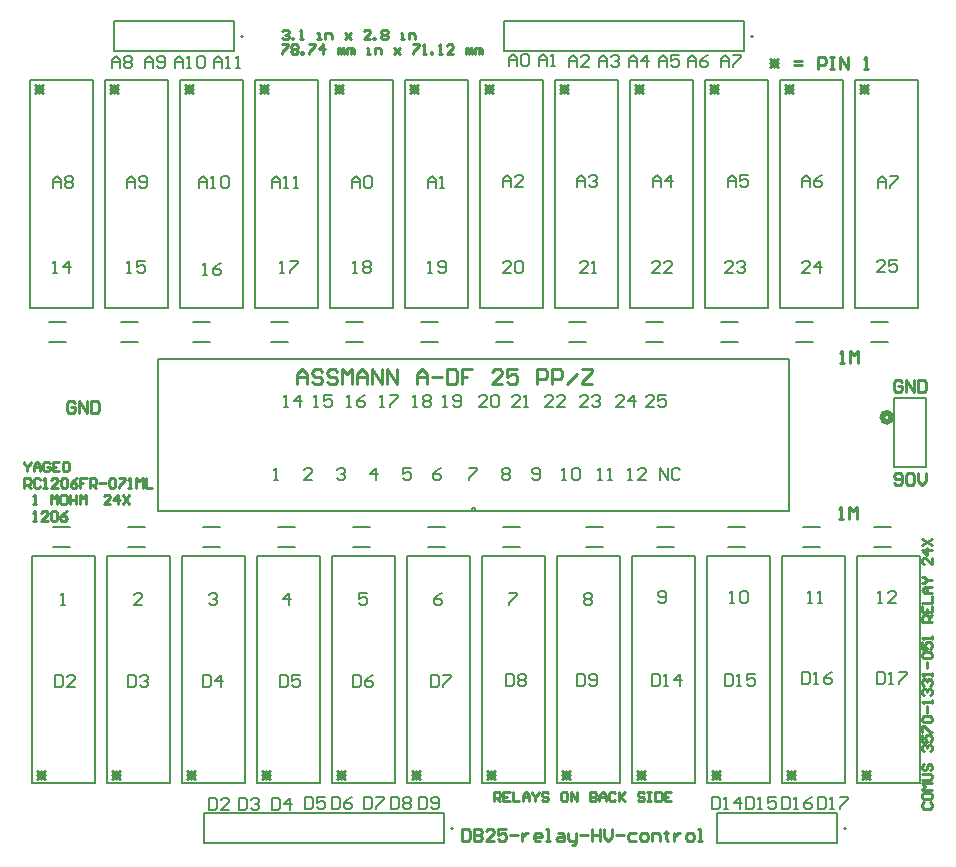
<source format=gbr>
%TF.GenerationSoftware,Altium Limited,Altium Designer,24.1.2 (44)*%
G04 Layer_Color=65535*
%FSLAX45Y45*%
%MOMM*%
%TF.SameCoordinates,7409CC48-22DB-44E9-B9CF-AE3C77DAA70A*%
%TF.FilePolarity,Positive*%
%TF.FileFunction,Legend,Top*%
%TF.Part,Single*%
G01*
G75*
%TA.AperFunction,NonConductor*%
%ADD19C,0.20000*%
%ADD20C,0.50800*%
%ADD21C,0.15240*%
%ADD22C,0.25400*%
D19*
X7085400Y203200D02*
G03*
X7085400Y203200I-10000J0D01*
G01*
X1980000Y6908800D02*
G03*
X1980000Y6908800I-10000J0D01*
G01*
X6298000D02*
G03*
X6298000Y6908800I-10000J0D01*
G01*
X3758000Y203200D02*
G03*
X3758000Y203200I-10000J0D01*
G01*
X7010400Y76200D02*
Y330200D01*
X5994400Y76200D02*
Y330200D01*
Y76200D02*
X7010400D01*
X5994400Y330200D02*
X7010400D01*
X889000Y7035800D02*
X1905000D01*
X889000Y6781800D02*
X1905000D01*
X889000D02*
Y7035800D01*
X1905000Y6781800D02*
Y7035800D01*
X4191000D02*
X6223000D01*
X4191000Y6781800D02*
X6223000D01*
X4191000D02*
Y7035800D01*
X6223000Y6781800D02*
Y7035800D01*
X372000Y2752000D02*
X517000D01*
X372000Y2582000D02*
X517000D01*
X1007000Y2752000D02*
X1152000D01*
X1007000Y2582000D02*
X1152000D01*
X1642000Y2752000D02*
X1787000D01*
X1642000Y2582000D02*
X1787000D01*
X2277000Y2752000D02*
X2422000D01*
X2277000Y2582000D02*
X2422000D01*
X5482500Y2752000D02*
X5627500D01*
X5482500Y2582000D02*
X5627500D01*
X2912000Y2752000D02*
X3057000D01*
X2912000Y2582000D02*
X3057000D01*
X3547000Y2752000D02*
X3692000D01*
X3547000Y2582000D02*
X3692000D01*
X4182000Y2752000D02*
X4327000D01*
X4182000Y2582000D02*
X4327000D01*
X2848500Y4491900D02*
X2993500D01*
X2848500Y4321900D02*
X2993500D01*
X4880500Y2752000D02*
X5025500D01*
X4880500Y2582000D02*
X5025500D01*
X6087000D02*
X6232000D01*
X6087000Y2752000D02*
X6232000D01*
X6722000D02*
X6867000D01*
X6722000Y2582000D02*
X6867000D01*
X333900Y4491900D02*
X478900D01*
X333900Y4321900D02*
X478900D01*
X3483500D02*
X3628500D01*
X3483500Y4491900D02*
X3628500D01*
X2213500Y4321900D02*
X2358500D01*
X2213500Y4491900D02*
X2358500D01*
X4735700Y4321900D02*
X4880700D01*
X4735700Y4491900D02*
X4880700D01*
X5388500Y4321900D02*
X5533500D01*
X5388500Y4491900D02*
X5533500D01*
X6023500Y4321900D02*
X6168500D01*
X6023500Y4491900D02*
X6168500D01*
X6658500Y4321900D02*
X6803500D01*
X6658500Y4491900D02*
X6803500D01*
X7293500Y4321900D02*
X7438500D01*
X7293500Y4491900D02*
X7438500D01*
X943500Y4321900D02*
X1088500D01*
X943500Y4491900D02*
X1088500D01*
X1553100Y4321900D02*
X1698100D01*
X1553100Y4491900D02*
X1698100D01*
X4118500Y4321900D02*
X4263500D01*
X4118500Y4491900D02*
X4263500D01*
X7324000Y2752000D02*
X7469000D01*
X7324000Y2582000D02*
X7469000D01*
X1651000Y330200D02*
X3683000D01*
X1651000Y76200D02*
X3683000D01*
X1651000D02*
Y330200D01*
X3683000Y76200D02*
Y330200D01*
D20*
X7467600Y3683000D02*
G03*
X7467600Y3683000I-38100J0D01*
G01*
D21*
X1257020Y4172860D02*
X6601180D01*
X1257020Y2892700D02*
Y4172860D01*
Y2892700D02*
X6601180D01*
Y4172860D01*
X3916400Y2918100D02*
X3941800D01*
X3916400Y2892700D02*
Y2918100D01*
Y2892700D02*
X3941800D01*
Y2918100D01*
X723900Y586740D02*
Y2512060D01*
X190500D02*
X723900D01*
X190500Y586740D02*
Y2512060D01*
Y586740D02*
X723900D01*
X2082800Y4612640D02*
Y6537960D01*
Y4612640D02*
X2616200D01*
Y6537960D01*
X2082800D02*
X2616200D01*
X825500Y586740D02*
X1358900D01*
X825500D02*
Y2512060D01*
X1358900D01*
Y586740D02*
Y2512060D01*
X1460500Y586740D02*
X1993900D01*
X1460500D02*
Y2512060D01*
X1993900D01*
Y586740D02*
Y2512060D01*
X2095500Y586740D02*
X2628900D01*
X2095500D02*
Y2512060D01*
X2628900D01*
Y586740D02*
Y2512060D01*
X4635500Y586740D02*
X5168900D01*
X4635500D02*
Y2512060D01*
X5168900D01*
Y586740D02*
Y2512060D01*
X4000500Y586740D02*
X4533900D01*
X4000500D02*
Y2512060D01*
X4533900D01*
Y586740D02*
Y2512060D01*
X3365500Y586740D02*
X3898900D01*
X3365500D02*
Y2512060D01*
X3898900D01*
Y586740D02*
Y2512060D01*
X2730500Y586740D02*
X3263900D01*
X2730500D02*
Y2512060D01*
X3263900D01*
Y586740D02*
Y2512060D01*
X5270500Y586740D02*
X5803900D01*
X5270500D02*
Y2512060D01*
X5803900D01*
Y586740D02*
Y2512060D01*
X5905500Y586740D02*
X6438900D01*
X5905500D02*
Y2512060D01*
X6438900D01*
Y586740D02*
Y2512060D01*
X6540500Y586740D02*
X7073900D01*
X6540500D02*
Y2512060D01*
X7073900D01*
Y586740D02*
Y2512060D01*
X7175500Y586740D02*
X7708900D01*
X7175500D02*
Y2512060D01*
X7708900D01*
Y586740D02*
Y2512060D01*
X177800Y6537960D02*
X711200D01*
Y4612640D02*
Y6537960D01*
X177800Y4612640D02*
X711200D01*
X177800D02*
Y6537960D01*
X812800D02*
X1346200D01*
Y4612640D02*
Y6537960D01*
X812800Y4612640D02*
X1346200D01*
X812800D02*
Y6537960D01*
X1447800D02*
X1981200D01*
Y4612640D02*
Y6537960D01*
X1447800Y4612640D02*
X1981200D01*
X1447800D02*
Y6537960D01*
X2717800D02*
X3251200D01*
Y4612640D02*
Y6537960D01*
X2717800Y4612640D02*
X3251200D01*
X2717800D02*
Y6537960D01*
X3352800D02*
X3886200D01*
Y4612640D02*
Y6537960D01*
X3352800Y4612640D02*
X3886200D01*
X3352800D02*
Y6537960D01*
X3987800D02*
X4521200D01*
Y4612640D02*
Y6537960D01*
X3987800Y4612640D02*
X4521200D01*
X3987800D02*
Y6537960D01*
X4622800D02*
X5156200D01*
Y4612640D02*
Y6537960D01*
X4622800Y4612640D02*
X5156200D01*
X4622800D02*
Y6537960D01*
X5257800D02*
X5791200D01*
Y4612640D02*
Y6537960D01*
X5257800Y4612640D02*
X5791200D01*
X5257800D02*
Y6537960D01*
X5892800D02*
X6426200D01*
Y4612640D02*
Y6537960D01*
X5892800Y4612640D02*
X6426200D01*
X5892800D02*
Y6537960D01*
X6527800D02*
X7061200D01*
Y4612640D02*
Y6537960D01*
X6527800Y4612640D02*
X7061200D01*
X6527800D02*
Y6537960D01*
X7162800D02*
X7696200D01*
Y4612640D02*
Y6537960D01*
X7162800Y4612640D02*
X7696200D01*
X7162800D02*
Y6537960D01*
X7493000Y3848100D02*
X7759700D01*
Y3263900D02*
Y3848100D01*
X7493000Y3263900D02*
X7759700D01*
X7493000D02*
Y3848100D01*
X5511940Y3152140D02*
Y3253707D01*
X5579651Y3152140D01*
Y3253707D01*
X5681219Y3236779D02*
X5664291Y3253707D01*
X5630435D01*
X5613507Y3236779D01*
Y3169068D01*
X5630435Y3152140D01*
X5664291D01*
X5681219Y3169068D01*
X2898140Y5628640D02*
Y5696351D01*
X2931996Y5730207D01*
X2965851Y5696351D01*
Y5628640D01*
Y5679423D01*
X2898140D01*
X2999707Y5713279D02*
X3016635Y5730207D01*
X3050491D01*
X3067419Y5713279D01*
Y5645568D01*
X3050491Y5628640D01*
X3016635D01*
X2999707Y5645568D01*
Y5713279D01*
X3545840Y5628640D02*
Y5696351D01*
X3579696Y5730207D01*
X3613551Y5696351D01*
Y5628640D01*
Y5679423D01*
X3545840D01*
X3647407Y5628640D02*
X3681263D01*
X3664335D01*
Y5730207D01*
X3647407Y5713279D01*
X4182548Y5633703D02*
Y5701414D01*
X4216404Y5735270D01*
X4250259Y5701414D01*
Y5633703D01*
Y5684486D01*
X4182548D01*
X4351826Y5633703D02*
X4284115D01*
X4351826Y5701414D01*
Y5718342D01*
X4334899Y5735270D01*
X4301043D01*
X4284115Y5718342D01*
X4804848Y5633703D02*
Y5701414D01*
X4838704Y5735270D01*
X4872559Y5701414D01*
Y5633703D01*
Y5684486D01*
X4804848D01*
X4906415Y5718342D02*
X4923343Y5735270D01*
X4957199D01*
X4974126Y5718342D01*
Y5701414D01*
X4957199Y5684486D01*
X4940271D01*
X4957199D01*
X4974126Y5667558D01*
Y5650631D01*
X4957199Y5633703D01*
X4923343D01*
X4906415Y5650631D01*
X5452548Y5633703D02*
Y5701414D01*
X5486404Y5735270D01*
X5520259Y5701414D01*
Y5633703D01*
Y5684486D01*
X5452548D01*
X5604899Y5633703D02*
Y5735270D01*
X5554115Y5684486D01*
X5621826D01*
X6087548Y5633703D02*
Y5701414D01*
X6121404Y5735270D01*
X6155259Y5701414D01*
Y5633703D01*
Y5684486D01*
X6087548D01*
X6256826Y5735270D02*
X6189115D01*
Y5684486D01*
X6222971Y5701414D01*
X6239899D01*
X6256826Y5684486D01*
Y5650631D01*
X6239899Y5633703D01*
X6206043D01*
X6189115Y5650631D01*
X6709848Y5633703D02*
Y5701414D01*
X6743704Y5735270D01*
X6777559Y5701414D01*
Y5633703D01*
Y5684486D01*
X6709848D01*
X6879126Y5735270D02*
X6845271Y5718342D01*
X6811415Y5684486D01*
Y5650631D01*
X6828343Y5633703D01*
X6862199D01*
X6879126Y5650631D01*
Y5667558D01*
X6862199Y5684486D01*
X6811415D01*
X7355840Y5628640D02*
Y5696351D01*
X7389696Y5730207D01*
X7423551Y5696351D01*
Y5628640D01*
Y5679423D01*
X7355840D01*
X7457407Y5730207D02*
X7525119D01*
Y5713279D01*
X7457407Y5645568D01*
Y5628640D01*
X2225040D02*
Y5696351D01*
X2258896Y5730207D01*
X2292751Y5696351D01*
Y5628640D01*
Y5679423D01*
X2225040D01*
X2326607Y5628640D02*
X2360463D01*
X2343535D01*
Y5730207D01*
X2326607Y5713279D01*
X2411247Y5628640D02*
X2445102D01*
X2428174D01*
Y5730207D01*
X2411247Y5713279D01*
X1602740Y5628640D02*
Y5696351D01*
X1636596Y5730207D01*
X1670451Y5696351D01*
Y5628640D01*
Y5679423D01*
X1602740D01*
X1704307Y5628640D02*
X1738163D01*
X1721235D01*
Y5730207D01*
X1704307Y5713279D01*
X1788947D02*
X1805874Y5730207D01*
X1839730D01*
X1856658Y5713279D01*
Y5645568D01*
X1839730Y5628640D01*
X1805874D01*
X1788947Y5645568D01*
Y5713279D01*
X993140Y5628640D02*
Y5696351D01*
X1026996Y5730207D01*
X1060851Y5696351D01*
Y5628640D01*
Y5679423D01*
X993140D01*
X1094707Y5645568D02*
X1111635Y5628640D01*
X1145491D01*
X1162419Y5645568D01*
Y5713279D01*
X1145491Y5730207D01*
X1111635D01*
X1094707Y5713279D01*
Y5696351D01*
X1111635Y5679423D01*
X1162419D01*
X370840Y5628640D02*
Y5696351D01*
X404696Y5730207D01*
X438551Y5696351D01*
Y5628640D01*
Y5679423D01*
X370840D01*
X472407Y5713279D02*
X489335Y5730207D01*
X523191D01*
X540119Y5713279D01*
Y5696351D01*
X523191Y5679423D01*
X540119Y5662496D01*
Y5645568D01*
X523191Y5628640D01*
X489335D01*
X472407Y5645568D01*
Y5662496D01*
X489335Y5679423D01*
X472407Y5696351D01*
Y5713279D01*
X489335Y5679423D02*
X523191D01*
X6708140Y1526507D02*
Y1424940D01*
X6758923D01*
X6775851Y1441868D01*
Y1509579D01*
X6758923Y1526507D01*
X6708140D01*
X6809707Y1424940D02*
X6843563D01*
X6826635D01*
Y1526507D01*
X6809707Y1509579D01*
X6962058Y1526507D02*
X6928202Y1509579D01*
X6894347Y1475723D01*
Y1441868D01*
X6911274Y1424940D01*
X6945130D01*
X6962058Y1441868D01*
Y1458796D01*
X6945130Y1475723D01*
X6894347D01*
X7343140Y1526507D02*
Y1424940D01*
X7393923D01*
X7410851Y1441868D01*
Y1509579D01*
X7393923Y1526507D01*
X7343140D01*
X7444707Y1424940D02*
X7478563D01*
X7461635D01*
Y1526507D01*
X7444707Y1509579D01*
X7529347Y1526507D02*
X7597058D01*
Y1509579D01*
X7529347Y1441868D01*
Y1424940D01*
X6060440Y1513807D02*
Y1412240D01*
X6111223D01*
X6128151Y1429168D01*
Y1496879D01*
X6111223Y1513807D01*
X6060440D01*
X6162007Y1412240D02*
X6195863D01*
X6178935D01*
Y1513807D01*
X6162007Y1496879D01*
X6314358Y1513807D02*
X6246647D01*
Y1463023D01*
X6280502Y1479951D01*
X6297430D01*
X6314358Y1463023D01*
Y1429168D01*
X6297430Y1412240D01*
X6263574D01*
X6246647Y1429168D01*
X5438140Y1513807D02*
Y1412240D01*
X5488923D01*
X5505851Y1429168D01*
Y1496879D01*
X5488923Y1513807D01*
X5438140D01*
X5539707Y1412240D02*
X5573563D01*
X5556635D01*
Y1513807D01*
X5539707Y1496879D01*
X5675130Y1412240D02*
Y1513807D01*
X5624347Y1463023D01*
X5692058D01*
X4803140Y1513807D02*
Y1412240D01*
X4853923D01*
X4870851Y1429168D01*
Y1496879D01*
X4853923Y1513807D01*
X4803140D01*
X4904707Y1429168D02*
X4921635Y1412240D01*
X4955491D01*
X4972419Y1429168D01*
Y1496879D01*
X4955491Y1513807D01*
X4921635D01*
X4904707Y1496879D01*
Y1479951D01*
X4921635Y1463023D01*
X4972419D01*
X1640840Y1501107D02*
Y1399540D01*
X1691623D01*
X1708551Y1416468D01*
Y1484179D01*
X1691623Y1501107D01*
X1640840D01*
X1793191Y1399540D02*
Y1501107D01*
X1742407Y1450323D01*
X1810119D01*
X4206240Y1513807D02*
Y1412240D01*
X4257023D01*
X4273951Y1429168D01*
Y1496879D01*
X4257023Y1513807D01*
X4206240D01*
X4307807Y1496879D02*
X4324735Y1513807D01*
X4358591D01*
X4375519Y1496879D01*
Y1479951D01*
X4358591Y1463023D01*
X4375519Y1446096D01*
Y1429168D01*
X4358591Y1412240D01*
X4324735D01*
X4307807Y1429168D01*
Y1446096D01*
X4324735Y1463023D01*
X4307807Y1479951D01*
Y1496879D01*
X4324735Y1463023D02*
X4358591D01*
X3571240Y1501107D02*
Y1399540D01*
X3622023D01*
X3638951Y1416468D01*
Y1484179D01*
X3622023Y1501107D01*
X3571240D01*
X3672807D02*
X3740519D01*
Y1484179D01*
X3672807Y1416468D01*
Y1399540D01*
X2910840Y1501107D02*
Y1399540D01*
X2961623D01*
X2978551Y1416468D01*
Y1484179D01*
X2961623Y1501107D01*
X2910840D01*
X3080119D02*
X3046263Y1484179D01*
X3012407Y1450323D01*
Y1416468D01*
X3029335Y1399540D01*
X3063191D01*
X3080119Y1416468D01*
Y1433396D01*
X3063191Y1450323D01*
X3012407D01*
X2288540Y1501107D02*
Y1399540D01*
X2339323D01*
X2356251Y1416468D01*
Y1484179D01*
X2339323Y1501107D01*
X2288540D01*
X2457819D02*
X2390107D01*
Y1450323D01*
X2423963Y1467251D01*
X2440891D01*
X2457819Y1450323D01*
Y1416468D01*
X2440891Y1399540D01*
X2407035D01*
X2390107Y1416468D01*
X1005840Y1501107D02*
Y1399540D01*
X1056623D01*
X1073551Y1416468D01*
Y1484179D01*
X1056623Y1501107D01*
X1005840D01*
X1107407Y1484179D02*
X1124335Y1501107D01*
X1158191D01*
X1175119Y1484179D01*
Y1467251D01*
X1158191Y1450323D01*
X1141263D01*
X1158191D01*
X1175119Y1433396D01*
Y1416468D01*
X1158191Y1399540D01*
X1124335D01*
X1107407Y1416468D01*
X383540Y1501107D02*
Y1399540D01*
X434323D01*
X451251Y1416468D01*
Y1484179D01*
X434323Y1501107D01*
X383540D01*
X552819Y1399540D02*
X485107D01*
X552819Y1467251D01*
Y1484179D01*
X535891Y1501107D01*
X502035D01*
X485107Y1484179D01*
X1124351Y2098040D02*
X1056640D01*
X1124351Y2165751D01*
Y2182679D01*
X1107423Y2199607D01*
X1073568D01*
X1056640Y2182679D01*
X1691640D02*
X1708568Y2199607D01*
X1742423D01*
X1759351Y2182679D01*
Y2165751D01*
X1742423Y2148823D01*
X1725496D01*
X1742423D01*
X1759351Y2131896D01*
Y2114968D01*
X1742423Y2098040D01*
X1708568D01*
X1691640Y2114968D01*
X3029351Y2199607D02*
X2961640D01*
Y2148823D01*
X2995496Y2165751D01*
X3012423D01*
X3029351Y2148823D01*
Y2114968D01*
X3012423Y2098040D01*
X2978568D01*
X2961640Y2114968D01*
X3664351Y2199607D02*
X3630496Y2182679D01*
X3596640Y2148823D01*
Y2114968D01*
X3613568Y2098040D01*
X3647423D01*
X3664351Y2114968D01*
Y2131896D01*
X3647423Y2148823D01*
X3596640D01*
X4231640Y2199607D02*
X4299351D01*
Y2182679D01*
X4231640Y2114968D01*
Y2098040D01*
X4866640Y2182679D02*
X4883568Y2199607D01*
X4917423D01*
X4934351Y2182679D01*
Y2165751D01*
X4917423Y2148823D01*
X4934351Y2131896D01*
Y2114968D01*
X4917423Y2098040D01*
X4883568D01*
X4866640Y2114968D01*
Y2131896D01*
X4883568Y2148823D01*
X4866640Y2165751D01*
Y2182679D01*
X4883568Y2148823D02*
X4917423D01*
X434340Y2098040D02*
X468196D01*
X451268D01*
Y2199607D01*
X434340Y2182679D01*
X2364723Y2098040D02*
Y2199607D01*
X2313940Y2148823D01*
X2381651D01*
X5488940Y2127668D02*
X5505868Y2110740D01*
X5539723D01*
X5556651Y2127668D01*
Y2195379D01*
X5539723Y2212307D01*
X5505868D01*
X5488940Y2195379D01*
Y2178451D01*
X5505868Y2161523D01*
X5556651D01*
X6098540Y2110740D02*
X6132396D01*
X6115468D01*
Y2212307D01*
X6098540Y2195379D01*
X6183179D02*
X6200107Y2212307D01*
X6233963D01*
X6250891Y2195379D01*
Y2127668D01*
X6233963Y2110740D01*
X6200107D01*
X6183179Y2127668D01*
Y2195379D01*
X6758940Y2110740D02*
X6792796D01*
X6775868D01*
Y2212307D01*
X6758940Y2195379D01*
X6843579Y2110740D02*
X6877435D01*
X6860507D01*
Y2212307D01*
X6843579Y2195379D01*
X7355840Y2110740D02*
X7389696D01*
X7372768D01*
Y2212307D01*
X7355840Y2195379D01*
X7508191Y2110740D02*
X7440479D01*
X7508191Y2178451D01*
Y2195379D01*
X7491263Y2212307D01*
X7457407D01*
X7440479Y2195379D01*
X2288540Y4904740D02*
X2322396D01*
X2305468D01*
Y5006307D01*
X2288540Y4989379D01*
X2373179Y5006307D02*
X2440891D01*
Y4989379D01*
X2373179Y4921668D01*
Y4904740D01*
X1640840Y4892040D02*
X1674696D01*
X1657768D01*
Y4993607D01*
X1640840Y4976679D01*
X1793191Y4993607D02*
X1759335Y4976679D01*
X1725479Y4942823D01*
Y4908968D01*
X1742407Y4892040D01*
X1776263D01*
X1793191Y4908968D01*
Y4925896D01*
X1776263Y4942823D01*
X1725479D01*
X993140Y4904740D02*
X1026996D01*
X1010068D01*
Y5006307D01*
X993140Y4989379D01*
X1145491Y5006307D02*
X1077779D01*
Y4955523D01*
X1111635Y4972451D01*
X1128563D01*
X1145491Y4955523D01*
Y4921668D01*
X1128563Y4904740D01*
X1094707D01*
X1077779Y4921668D01*
X370840Y4904740D02*
X404696D01*
X387768D01*
Y5006307D01*
X370840Y4989379D01*
X506263Y4904740D02*
Y5006307D01*
X455479Y4955523D01*
X523191D01*
X4248551Y4904740D02*
X4180840D01*
X4248551Y4972451D01*
Y4989379D01*
X4231623Y5006307D01*
X4197768D01*
X4180840Y4989379D01*
X4282407D02*
X4299335Y5006307D01*
X4333191D01*
X4350119Y4989379D01*
Y4921668D01*
X4333191Y4904740D01*
X4299335D01*
X4282407Y4921668D01*
Y4989379D01*
X3545840Y4904740D02*
X3579696D01*
X3562768D01*
Y5006307D01*
X3545840Y4989379D01*
X3630479Y4921668D02*
X3647407Y4904740D01*
X3681263D01*
X3698191Y4921668D01*
Y4989379D01*
X3681263Y5006307D01*
X3647407D01*
X3630479Y4989379D01*
Y4972451D01*
X3647407Y4955523D01*
X3698191D01*
X2910840Y4904740D02*
X2944696D01*
X2927768D01*
Y5006307D01*
X2910840Y4989379D01*
X2995479D02*
X3012407Y5006307D01*
X3046263D01*
X3063191Y4989379D01*
Y4972451D01*
X3046263Y4955523D01*
X3063191Y4938596D01*
Y4921668D01*
X3046263Y4904740D01*
X3012407D01*
X2995479Y4921668D01*
Y4938596D01*
X3012407Y4955523D01*
X2995479Y4972451D01*
Y4989379D01*
X3012407Y4955523D02*
X3046263D01*
X6775851Y4904740D02*
X6708140D01*
X6775851Y4972451D01*
Y4989379D01*
X6758923Y5006307D01*
X6725068D01*
X6708140Y4989379D01*
X6860491Y4904740D02*
Y5006307D01*
X6809707Y4955523D01*
X6877419D01*
X2580640Y3774440D02*
X2614496D01*
X2597568D01*
Y3876007D01*
X2580640Y3859079D01*
X2732991Y3876007D02*
X2665279D01*
Y3825223D01*
X2699135Y3842151D01*
X2716063D01*
X2732991Y3825223D01*
Y3791368D01*
X2716063Y3774440D01*
X2682207D01*
X2665279Y3791368D01*
X2860040Y3774440D02*
X2893896D01*
X2876968D01*
Y3876007D01*
X2860040Y3859079D01*
X3012391Y3876007D02*
X2978535Y3859079D01*
X2944679Y3825223D01*
Y3791368D01*
X2961607Y3774440D01*
X2995463D01*
X3012391Y3791368D01*
Y3808296D01*
X2995463Y3825223D01*
X2944679D01*
X3418840Y3774440D02*
X3452696D01*
X3435768D01*
Y3876007D01*
X3418840Y3859079D01*
X3503479D02*
X3520407Y3876007D01*
X3554263D01*
X3571191Y3859079D01*
Y3842151D01*
X3554263Y3825223D01*
X3571191Y3808296D01*
Y3791368D01*
X3554263Y3774440D01*
X3520407D01*
X3503479Y3791368D01*
Y3808296D01*
X3520407Y3825223D01*
X3503479Y3842151D01*
Y3859079D01*
X3520407Y3825223D02*
X3554263D01*
X3672840Y3774440D02*
X3706696D01*
X3689768D01*
Y3876007D01*
X3672840Y3859079D01*
X3757479Y3791368D02*
X3774407Y3774440D01*
X3808263D01*
X3825191Y3791368D01*
Y3859079D01*
X3808263Y3876007D01*
X3774407D01*
X3757479Y3859079D01*
Y3842151D01*
X3774407Y3825223D01*
X3825191D01*
X4045351Y3774440D02*
X3977640D01*
X4045351Y3842151D01*
Y3859079D01*
X4028423Y3876007D01*
X3994568D01*
X3977640Y3859079D01*
X4079207D02*
X4096135Y3876007D01*
X4129991D01*
X4146919Y3859079D01*
Y3791368D01*
X4129991Y3774440D01*
X4096135D01*
X4079207Y3791368D01*
Y3859079D01*
X4324751Y3774440D02*
X4257040D01*
X4324751Y3842151D01*
Y3859079D01*
X4307823Y3876007D01*
X4273968D01*
X4257040Y3859079D01*
X4358607Y3774440D02*
X4392463D01*
X4375535D01*
Y3876007D01*
X4358607Y3859079D01*
X2326640Y3774440D02*
X2360496D01*
X2343568D01*
Y3876007D01*
X2326640Y3859079D01*
X2462063Y3774440D02*
Y3876007D01*
X2411279Y3825223D01*
X2478991D01*
X3139440Y3774440D02*
X3173296D01*
X3156368D01*
Y3876007D01*
X3139440Y3859079D01*
X3224079Y3876007D02*
X3291791D01*
Y3859079D01*
X3224079Y3791368D01*
Y3774440D01*
X4604151D02*
X4536440D01*
X4604151Y3842151D01*
Y3859079D01*
X4587223Y3876007D01*
X4553368D01*
X4536440Y3859079D01*
X4705719Y3774440D02*
X4638007D01*
X4705719Y3842151D01*
Y3859079D01*
X4688791Y3876007D01*
X4654935D01*
X4638007Y3859079D01*
X4896251Y3774440D02*
X4828540D01*
X4896251Y3842151D01*
Y3859079D01*
X4879323Y3876007D01*
X4845468D01*
X4828540Y3859079D01*
X4930107D02*
X4947035Y3876007D01*
X4980891D01*
X4997819Y3859079D01*
Y3842151D01*
X4980891Y3825223D01*
X4963963D01*
X4980891D01*
X4997819Y3808296D01*
Y3791368D01*
X4980891Y3774440D01*
X4947035D01*
X4930107Y3791368D01*
X5201051Y3774440D02*
X5133340D01*
X5201051Y3842151D01*
Y3859079D01*
X5184123Y3876007D01*
X5150268D01*
X5133340Y3859079D01*
X5285691Y3774440D02*
Y3876007D01*
X5234907Y3825223D01*
X5302619D01*
X5455051Y3774440D02*
X5387340D01*
X5455051Y3842151D01*
Y3859079D01*
X5438123Y3876007D01*
X5404268D01*
X5387340Y3859079D01*
X5556619Y3876007D02*
X5488907D01*
Y3825223D01*
X5522763Y3842151D01*
X5539691D01*
X5556619Y3825223D01*
Y3791368D01*
X5539691Y3774440D01*
X5505835D01*
X5488907Y3791368D01*
X866140Y6644640D02*
Y6712351D01*
X899996Y6746207D01*
X933851Y6712351D01*
Y6644640D01*
Y6695423D01*
X866140D01*
X967707Y6729279D02*
X984635Y6746207D01*
X1018491D01*
X1035419Y6729279D01*
Y6712351D01*
X1018491Y6695423D01*
X1035419Y6678496D01*
Y6661568D01*
X1018491Y6644640D01*
X984635D01*
X967707Y6661568D01*
Y6678496D01*
X984635Y6695423D01*
X967707Y6712351D01*
Y6729279D01*
X984635Y6695423D02*
X1018491D01*
X1145540Y6644640D02*
Y6712351D01*
X1179396Y6746207D01*
X1213251Y6712351D01*
Y6644640D01*
Y6695423D01*
X1145540D01*
X1247107Y6661568D02*
X1264035Y6644640D01*
X1297891D01*
X1314819Y6661568D01*
Y6729279D01*
X1297891Y6746207D01*
X1264035D01*
X1247107Y6729279D01*
Y6712351D01*
X1264035Y6695423D01*
X1314819D01*
X1399540Y6644640D02*
Y6712351D01*
X1433396Y6746207D01*
X1467251Y6712351D01*
Y6644640D01*
Y6695423D01*
X1399540D01*
X1501107Y6644640D02*
X1534963D01*
X1518035D01*
Y6746207D01*
X1501107Y6729279D01*
X1585747D02*
X1602674Y6746207D01*
X1636530D01*
X1653458Y6729279D01*
Y6661568D01*
X1636530Y6644640D01*
X1602674D01*
X1585747Y6661568D01*
Y6729279D01*
X1729740Y6644640D02*
Y6712351D01*
X1763596Y6746207D01*
X1797451Y6712351D01*
Y6644640D01*
Y6695423D01*
X1729740D01*
X1831307Y6644640D02*
X1865163D01*
X1848235D01*
Y6746207D01*
X1831307Y6729279D01*
X1915947Y6644640D02*
X1949802D01*
X1932874D01*
Y6746207D01*
X1915947Y6729279D01*
X5946140Y472407D02*
Y370840D01*
X5996923D01*
X6013851Y387768D01*
Y455479D01*
X5996923Y472407D01*
X5946140D01*
X6047707Y370840D02*
X6081563D01*
X6064635D01*
Y472407D01*
X6047707Y455479D01*
X6183130Y370840D02*
Y472407D01*
X6132347Y421623D01*
X6200058D01*
X6238240Y472407D02*
Y370840D01*
X6289023D01*
X6305951Y387768D01*
Y455479D01*
X6289023Y472407D01*
X6238240D01*
X6339807Y370840D02*
X6373663D01*
X6356735D01*
Y472407D01*
X6339807Y455479D01*
X6492158Y472407D02*
X6424447D01*
Y421623D01*
X6458302Y438551D01*
X6475230D01*
X6492158Y421623D01*
Y387768D01*
X6475230Y370840D01*
X6441374D01*
X6424447Y387768D01*
X6847840Y472407D02*
Y370840D01*
X6898623D01*
X6915551Y387768D01*
Y455479D01*
X6898623Y472407D01*
X6847840D01*
X6949407Y370840D02*
X6983263D01*
X6966335D01*
Y472407D01*
X6949407Y455479D01*
X7034047Y472407D02*
X7101758D01*
Y455479D01*
X7034047Y387768D01*
Y370840D01*
X6543040Y472407D02*
Y370840D01*
X6593823D01*
X6610751Y387768D01*
Y455479D01*
X6593823Y472407D01*
X6543040D01*
X6644607Y370840D02*
X6678463D01*
X6661535D01*
Y472407D01*
X6644607Y455479D01*
X6796958Y472407D02*
X6763102Y455479D01*
X6729247Y421623D01*
Y387768D01*
X6746174Y370840D01*
X6780030D01*
X6796958Y387768D01*
Y404696D01*
X6780030Y421623D01*
X6729247D01*
X1691640Y459707D02*
Y358140D01*
X1742423D01*
X1759351Y375068D01*
Y442779D01*
X1742423Y459707D01*
X1691640D01*
X1860919Y358140D02*
X1793207D01*
X1860919Y425851D01*
Y442779D01*
X1843991Y459707D01*
X1810135D01*
X1793207Y442779D01*
X1945640Y459707D02*
Y358140D01*
X1996423D01*
X2013351Y375068D01*
Y442779D01*
X1996423Y459707D01*
X1945640D01*
X2047207Y442779D02*
X2064135Y459707D01*
X2097991D01*
X2114919Y442779D01*
Y425851D01*
X2097991Y408923D01*
X2081063D01*
X2097991D01*
X2114919Y391996D01*
Y375068D01*
X2097991Y358140D01*
X2064135D01*
X2047207Y375068D01*
X2504440Y472407D02*
Y370840D01*
X2555223D01*
X2572151Y387768D01*
Y455479D01*
X2555223Y472407D01*
X2504440D01*
X2673719D02*
X2606007D01*
Y421623D01*
X2639863Y438551D01*
X2656791D01*
X2673719Y421623D01*
Y387768D01*
X2656791Y370840D01*
X2622935D01*
X2606007Y387768D01*
X2733040Y472407D02*
Y370840D01*
X2783823D01*
X2800751Y387768D01*
Y455479D01*
X2783823Y472407D01*
X2733040D01*
X2902319D02*
X2868463Y455479D01*
X2834607Y421623D01*
Y387768D01*
X2851535Y370840D01*
X2885391D01*
X2902319Y387768D01*
Y404696D01*
X2885391Y421623D01*
X2834607D01*
X2999740Y472407D02*
Y370840D01*
X3050523D01*
X3067451Y387768D01*
Y455479D01*
X3050523Y472407D01*
X2999740D01*
X3101307D02*
X3169019D01*
Y455479D01*
X3101307Y387768D01*
Y370840D01*
X3228340Y472407D02*
Y370840D01*
X3279123D01*
X3296051Y387768D01*
Y455479D01*
X3279123Y472407D01*
X3228340D01*
X3329907Y455479D02*
X3346835Y472407D01*
X3380691D01*
X3397619Y455479D01*
Y438551D01*
X3380691Y421623D01*
X3397619Y404696D01*
Y387768D01*
X3380691Y370840D01*
X3346835D01*
X3329907Y387768D01*
Y404696D01*
X3346835Y421623D01*
X3329907Y438551D01*
Y455479D01*
X3346835Y421623D02*
X3380691D01*
X2225040Y459707D02*
Y358140D01*
X2275823D01*
X2292751Y375068D01*
Y442779D01*
X2275823Y459707D01*
X2225040D01*
X2377391Y358140D02*
Y459707D01*
X2326607Y408923D01*
X2394319D01*
X3469640Y472407D02*
Y370840D01*
X3520423D01*
X3537351Y387768D01*
Y455479D01*
X3520423Y472407D01*
X3469640D01*
X3571207Y387768D02*
X3588135Y370840D01*
X3621991D01*
X3638919Y387768D01*
Y455479D01*
X3621991Y472407D01*
X3588135D01*
X3571207Y455479D01*
Y438551D01*
X3588135Y421623D01*
X3638919D01*
X6024048Y6649703D02*
Y6717414D01*
X6057904Y6751270D01*
X6091759Y6717414D01*
Y6649703D01*
Y6700486D01*
X6024048D01*
X6125615Y6751270D02*
X6193326D01*
Y6734342D01*
X6125615Y6666631D01*
Y6649703D01*
X5744648D02*
Y6717414D01*
X5778504Y6751270D01*
X5812359Y6717414D01*
Y6649703D01*
Y6700486D01*
X5744648D01*
X5913926Y6751270D02*
X5880071Y6734342D01*
X5846215Y6700486D01*
Y6666631D01*
X5863143Y6649703D01*
X5896999D01*
X5913926Y6666631D01*
Y6683558D01*
X5896999Y6700486D01*
X5846215D01*
X5503348Y6649703D02*
Y6717414D01*
X5537204Y6751270D01*
X5571059Y6717414D01*
Y6649703D01*
Y6700486D01*
X5503348D01*
X5672626Y6751270D02*
X5604915D01*
Y6700486D01*
X5638771Y6717414D01*
X5655699D01*
X5672626Y6700486D01*
Y6666631D01*
X5655699Y6649703D01*
X5621843D01*
X5604915Y6666631D01*
X5249348Y6649703D02*
Y6717414D01*
X5283204Y6751270D01*
X5317059Y6717414D01*
Y6649703D01*
Y6700486D01*
X5249348D01*
X5401699Y6649703D02*
Y6751270D01*
X5350915Y6700486D01*
X5418626D01*
X4995348Y6649703D02*
Y6717414D01*
X5029204Y6751270D01*
X5063059Y6717414D01*
Y6649703D01*
Y6700486D01*
X4995348D01*
X5096915Y6734342D02*
X5113843Y6751270D01*
X5147699D01*
X5164626Y6734342D01*
Y6717414D01*
X5147699Y6700486D01*
X5130771D01*
X5147699D01*
X5164626Y6683558D01*
Y6666631D01*
X5147699Y6649703D01*
X5113843D01*
X5096915Y6666631D01*
X4741348Y6649703D02*
Y6717414D01*
X4775204Y6751270D01*
X4809059Y6717414D01*
Y6649703D01*
Y6700486D01*
X4741348D01*
X4910626Y6649703D02*
X4842915D01*
X4910626Y6717414D01*
Y6734342D01*
X4893699Y6751270D01*
X4859843D01*
X4842915Y6734342D01*
X4485640Y6657340D02*
Y6725051D01*
X4519496Y6758907D01*
X4553351Y6725051D01*
Y6657340D01*
Y6708123D01*
X4485640D01*
X4587207Y6657340D02*
X4621063D01*
X4604135D01*
Y6758907D01*
X4587207Y6741979D01*
X4231640Y6657340D02*
Y6725051D01*
X4265496Y6758907D01*
X4299351Y6725051D01*
Y6657340D01*
Y6708123D01*
X4231640D01*
X4333207Y6741979D02*
X4350135Y6758907D01*
X4383991D01*
X4400919Y6741979D01*
Y6674268D01*
X4383991Y6657340D01*
X4350135D01*
X4333207Y6674268D01*
Y6741979D01*
X4896251Y4904740D02*
X4828540D01*
X4896251Y4972451D01*
Y4989379D01*
X4879323Y5006307D01*
X4845468D01*
X4828540Y4989379D01*
X4930107Y4904740D02*
X4963963D01*
X4947035D01*
Y5006307D01*
X4930107Y4989379D01*
X5505851Y4904740D02*
X5438140D01*
X5505851Y4972451D01*
Y4989379D01*
X5488923Y5006307D01*
X5455068D01*
X5438140Y4989379D01*
X5607419Y4904740D02*
X5539707D01*
X5607419Y4972451D01*
Y4989379D01*
X5590491Y5006307D01*
X5556635D01*
X5539707Y4989379D01*
X6128151Y4904740D02*
X6060440D01*
X6128151Y4972451D01*
Y4989379D01*
X6111223Y5006307D01*
X6077368D01*
X6060440Y4989379D01*
X6162007D02*
X6178935Y5006307D01*
X6212791D01*
X6229719Y4989379D01*
Y4972451D01*
X6212791Y4955523D01*
X6195863D01*
X6212791D01*
X6229719Y4938596D01*
Y4921668D01*
X6212791Y4904740D01*
X6178935D01*
X6162007Y4921668D01*
X7410851Y4917440D02*
X7343140D01*
X7410851Y4985151D01*
Y5002079D01*
X7393923Y5019007D01*
X7360068D01*
X7343140Y5002079D01*
X7512419Y5019007D02*
X7444707D01*
Y4968223D01*
X7478563Y4985151D01*
X7495491D01*
X7512419Y4968223D01*
Y4934368D01*
X7495491Y4917440D01*
X7461635D01*
X7444707Y4934368D01*
X5234940Y3152140D02*
X5268796D01*
X5251868D01*
Y3253707D01*
X5234940Y3236779D01*
X5387291Y3152140D02*
X5319579D01*
X5387291Y3219851D01*
Y3236779D01*
X5370363Y3253707D01*
X5336507D01*
X5319579Y3236779D01*
X4980940Y3152140D02*
X5014796D01*
X4997868D01*
Y3253707D01*
X4980940Y3236779D01*
X5065579Y3152140D02*
X5099435D01*
X5082507D01*
Y3253707D01*
X5065579Y3236779D01*
X4676140Y3152140D02*
X4709996D01*
X4693068D01*
Y3253707D01*
X4676140Y3236779D01*
X4760779D02*
X4777707Y3253707D01*
X4811563D01*
X4828491Y3236779D01*
Y3169068D01*
X4811563Y3152140D01*
X4777707D01*
X4760779Y3169068D01*
Y3236779D01*
X4422140Y3169068D02*
X4439068Y3152140D01*
X4472923D01*
X4489851Y3169068D01*
Y3236779D01*
X4472923Y3253707D01*
X4439068D01*
X4422140Y3236779D01*
Y3219851D01*
X4439068Y3202923D01*
X4489851D01*
X3101323Y3152140D02*
Y3253707D01*
X3050540Y3202923D01*
X3118251D01*
X2237740Y3152140D02*
X2271596D01*
X2254668D01*
Y3253707D01*
X2237740Y3236779D01*
X4168140D02*
X4185068Y3253707D01*
X4218923D01*
X4235851Y3236779D01*
Y3219851D01*
X4218923Y3202923D01*
X4235851Y3185996D01*
Y3169068D01*
X4218923Y3152140D01*
X4185068D01*
X4168140Y3169068D01*
Y3185996D01*
X4185068Y3202923D01*
X4168140Y3219851D01*
Y3236779D01*
X4185068Y3202923D02*
X4218923D01*
X3888740Y3253707D02*
X3956451D01*
Y3236779D01*
X3888740Y3169068D01*
Y3152140D01*
X3651651Y3253707D02*
X3617796Y3236779D01*
X3583940Y3202923D01*
Y3169068D01*
X3600868Y3152140D01*
X3634723D01*
X3651651Y3169068D01*
Y3185996D01*
X3634723Y3202923D01*
X3583940D01*
X3397651Y3253707D02*
X3329940D01*
Y3202923D01*
X3363796Y3219851D01*
X3380723D01*
X3397651Y3202923D01*
Y3169068D01*
X3380723Y3152140D01*
X3346868D01*
X3329940Y3169068D01*
X2771140Y3236779D02*
X2788068Y3253707D01*
X2821923D01*
X2838851Y3236779D01*
Y3219851D01*
X2821923Y3202923D01*
X2804996D01*
X2821923D01*
X2838851Y3185996D01*
Y3169068D01*
X2821923Y3152140D01*
X2788068D01*
X2771140Y3169068D01*
X2559451Y3152140D02*
X2491740D01*
X2559451Y3219851D01*
Y3236779D01*
X2542523Y3253707D01*
X2508668D01*
X2491740Y3236779D01*
D22*
X4102100Y431800D02*
Y513054D01*
X4142727D01*
X4156269Y499511D01*
Y472427D01*
X4142727Y458885D01*
X4102100D01*
X4129185D02*
X4156269Y431800D01*
X4237523Y513054D02*
X4183354D01*
Y431800D01*
X4237523D01*
X4183354Y472427D02*
X4210438D01*
X4264608Y513054D02*
Y431800D01*
X4318777D01*
X4345862D02*
Y485969D01*
X4372946Y513054D01*
X4400031Y485969D01*
Y431800D01*
Y472427D01*
X4345862D01*
X4427115Y513054D02*
Y499511D01*
X4454200Y472427D01*
X4481284Y499511D01*
Y513054D01*
X4454200Y472427D02*
Y431800D01*
X4562538Y499511D02*
X4548996Y513054D01*
X4521911D01*
X4508369Y499511D01*
Y485969D01*
X4521911Y472427D01*
X4548996D01*
X4562538Y458885D01*
Y445342D01*
X4548996Y431800D01*
X4521911D01*
X4508369Y445342D01*
X4711504Y513054D02*
X4684419D01*
X4670877Y499511D01*
Y445342D01*
X4684419Y431800D01*
X4711504D01*
X4725046Y445342D01*
Y499511D01*
X4711504Y513054D01*
X4752131Y431800D02*
Y513054D01*
X4806300Y431800D01*
Y513054D01*
X4914638D02*
Y431800D01*
X4955265D01*
X4968807Y445342D01*
Y458885D01*
X4955265Y472427D01*
X4914638D01*
X4955265D01*
X4968807Y485969D01*
Y499511D01*
X4955265Y513054D01*
X4914638D01*
X4995892Y431800D02*
Y485969D01*
X5022977Y513054D01*
X5050061Y485969D01*
Y431800D01*
Y472427D01*
X4995892D01*
X5131315Y499511D02*
X5117773Y513054D01*
X5090688D01*
X5077146Y499511D01*
Y445342D01*
X5090688Y431800D01*
X5117773D01*
X5131315Y445342D01*
X5158400Y513054D02*
Y431800D01*
Y458885D01*
X5212569Y513054D01*
X5171942Y472427D01*
X5212569Y431800D01*
X5375077Y499511D02*
X5361534Y513054D01*
X5334450D01*
X5320908Y499511D01*
Y485969D01*
X5334450Y472427D01*
X5361534D01*
X5375077Y458885D01*
Y445342D01*
X5361534Y431800D01*
X5334450D01*
X5320908Y445342D01*
X5402161Y513054D02*
X5429246D01*
X5415704D01*
Y431800D01*
X5402161D01*
X5429246D01*
X5469873Y513054D02*
Y431800D01*
X5510500D01*
X5524042Y445342D01*
Y499511D01*
X5510500Y513054D01*
X5469873D01*
X5605296D02*
X5551127D01*
Y431800D01*
X5605296D01*
X5551127Y472427D02*
X5578211D01*
X560329Y3803557D02*
X543401Y3820485D01*
X509545D01*
X492617Y3803557D01*
Y3735846D01*
X509545Y3718918D01*
X543401D01*
X560329Y3735846D01*
Y3769701D01*
X526473D01*
X594184Y3718918D02*
Y3820485D01*
X661896Y3718918D01*
Y3820485D01*
X695752D02*
Y3718918D01*
X746535D01*
X763463Y3735846D01*
Y3803557D01*
X746535Y3820485D01*
X695752D01*
X2307879Y6839886D02*
X2362048D01*
Y6826343D01*
X2307879Y6772174D01*
Y6758632D01*
X2389132Y6826343D02*
X2402675Y6839886D01*
X2429759D01*
X2443301Y6826343D01*
Y6812801D01*
X2429759Y6799259D01*
X2443301Y6785717D01*
Y6772174D01*
X2429759Y6758632D01*
X2402675D01*
X2389132Y6772174D01*
Y6785717D01*
X2402675Y6799259D01*
X2389132Y6812801D01*
Y6826343D01*
X2402675Y6799259D02*
X2429759D01*
X2470386Y6758632D02*
Y6772174D01*
X2483928D01*
Y6758632D01*
X2470386D01*
X2538098Y6839886D02*
X2592267D01*
Y6826343D01*
X2538098Y6772174D01*
Y6758632D01*
X2659978D02*
Y6839886D01*
X2619351Y6799259D01*
X2673520D01*
X2781859Y6758632D02*
Y6812801D01*
X2795401D01*
X2808944Y6799259D01*
Y6758632D01*
Y6799259D01*
X2822486Y6812801D01*
X2836028Y6799259D01*
Y6758632D01*
X2863113D02*
Y6812801D01*
X2876655D01*
X2890197Y6799259D01*
Y6758632D01*
Y6799259D01*
X2903740Y6812801D01*
X2917282Y6799259D01*
Y6758632D01*
X3025621D02*
X3052705D01*
X3039163D01*
Y6812801D01*
X3025621D01*
X3093332Y6758632D02*
Y6812801D01*
X3133959D01*
X3147501Y6799259D01*
Y6758632D01*
X3255840Y6812801D02*
X3310009Y6758632D01*
X3282924Y6785717D01*
X3310009Y6812801D01*
X3255840Y6758632D01*
X3418347Y6839886D02*
X3472516D01*
Y6826343D01*
X3418347Y6772174D01*
Y6758632D01*
X3499601D02*
X3526686D01*
X3513143D01*
Y6839886D01*
X3499601Y6826343D01*
X3567312Y6758632D02*
Y6772174D01*
X3580855D01*
Y6758632D01*
X3567312D01*
X3635024D02*
X3662108D01*
X3648566D01*
Y6839886D01*
X3635024Y6826343D01*
X3756904Y6758632D02*
X3702735D01*
X3756904Y6812801D01*
Y6826343D01*
X3743362Y6839886D01*
X3716277D01*
X3702735Y6826343D01*
X3865243Y6758632D02*
Y6812801D01*
X3878785D01*
X3892327Y6799259D01*
Y6758632D01*
Y6799259D01*
X3905870Y6812801D01*
X3919412Y6799259D01*
Y6758632D01*
X3946497D02*
Y6812801D01*
X3960039D01*
X3973581Y6799259D01*
Y6758632D01*
Y6799259D01*
X3987123Y6812801D01*
X4000666Y6799259D01*
Y6758632D01*
X854269Y2946400D02*
X800100D01*
X854269Y3000569D01*
Y3014111D01*
X840727Y3027654D01*
X813642D01*
X800100Y3014111D01*
X921981Y2946400D02*
Y3027654D01*
X881354Y2987027D01*
X935523D01*
X962608Y3027654D02*
X1016777Y2946400D01*
Y3027654D02*
X962608Y2946400D01*
X2311400Y6951111D02*
X2324942Y6964654D01*
X2352027D01*
X2365569Y6951111D01*
Y6937569D01*
X2352027Y6924027D01*
X2338485D01*
X2352027D01*
X2365569Y6910485D01*
Y6896942D01*
X2352027Y6883400D01*
X2324942D01*
X2311400Y6896942D01*
X2392654Y6883400D02*
Y6896942D01*
X2406196D01*
Y6883400D01*
X2392654D01*
X2460365D02*
X2487450D01*
X2473907D01*
Y6964654D01*
X2460365Y6951111D01*
X2609330Y6883400D02*
X2636415D01*
X2622873D01*
Y6937569D01*
X2609330D01*
X2677042Y6883400D02*
Y6937569D01*
X2717668D01*
X2731211Y6924027D01*
Y6883400D01*
X2839549Y6937569D02*
X2893718Y6883400D01*
X2866634Y6910485D01*
X2893718Y6937569D01*
X2839549Y6883400D01*
X3056226D02*
X3002057D01*
X3056226Y6937569D01*
Y6951111D01*
X3042684Y6964654D01*
X3015599D01*
X3002057Y6951111D01*
X3083311Y6883400D02*
Y6896942D01*
X3096853D01*
Y6883400D01*
X3083311D01*
X3151022Y6951111D02*
X3164564Y6964654D01*
X3191649D01*
X3205191Y6951111D01*
Y6937569D01*
X3191649Y6924027D01*
X3205191Y6910485D01*
Y6896942D01*
X3191649Y6883400D01*
X3164564D01*
X3151022Y6896942D01*
Y6910485D01*
X3164564Y6924027D01*
X3151022Y6937569D01*
Y6951111D01*
X3164564Y6924027D02*
X3191649D01*
X3313530Y6883400D02*
X3340614D01*
X3327072D01*
Y6937569D01*
X3313530D01*
X3381241Y6883400D02*
Y6937569D01*
X3421868D01*
X3435410Y6924027D01*
Y6883400D01*
X3835400Y198923D02*
Y97356D01*
X3886183D01*
X3903111Y114283D01*
Y181995D01*
X3886183Y198923D01*
X3835400D01*
X3936967D02*
Y97356D01*
X3987751D01*
X4004679Y114283D01*
Y131211D01*
X3987751Y148139D01*
X3936967D01*
X3987751D01*
X4004679Y165067D01*
Y181995D01*
X3987751Y198923D01*
X3936967D01*
X4106246Y97356D02*
X4038534D01*
X4106246Y165067D01*
Y181995D01*
X4089318Y198923D01*
X4055462D01*
X4038534Y181995D01*
X4207813Y198923D02*
X4140102D01*
Y148139D01*
X4173957Y165067D01*
X4190885D01*
X4207813Y148139D01*
Y114283D01*
X4190885Y97356D01*
X4157030D01*
X4140102Y114283D01*
X4241669Y148139D02*
X4309380D01*
X4343236Y165067D02*
Y97356D01*
Y131211D01*
X4360164Y148139D01*
X4377092Y165067D01*
X4394020D01*
X4495587Y97356D02*
X4461731D01*
X4444803Y114283D01*
Y148139D01*
X4461731Y165067D01*
X4495587D01*
X4512515Y148139D01*
Y131211D01*
X4444803D01*
X4546371Y97356D02*
X4580226D01*
X4563298D01*
Y198923D01*
X4546371D01*
X4647938Y165067D02*
X4681794D01*
X4698721Y148139D01*
Y97356D01*
X4647938D01*
X4631010Y114283D01*
X4647938Y131211D01*
X4698721D01*
X4732577Y165067D02*
Y114283D01*
X4749505Y97356D01*
X4800289D01*
Y80428D01*
X4783361Y63500D01*
X4766433D01*
X4800289Y97356D02*
Y165067D01*
X4834145Y148139D02*
X4901856D01*
X4935712Y198923D02*
Y97356D01*
Y148139D01*
X5003423D01*
Y198923D01*
Y97356D01*
X5037279Y198923D02*
Y131211D01*
X5071135Y97356D01*
X5104990Y131211D01*
Y198923D01*
X5138846Y148139D02*
X5206558D01*
X5308125Y165067D02*
X5257341D01*
X5240413Y148139D01*
Y114283D01*
X5257341Y97356D01*
X5308125D01*
X5358909D02*
X5392764D01*
X5409692Y114283D01*
Y148139D01*
X5392764Y165067D01*
X5358909D01*
X5341981Y148139D01*
Y114283D01*
X5358909Y97356D01*
X5443548D02*
Y165067D01*
X5494331D01*
X5511259Y148139D01*
Y97356D01*
X5562043Y181995D02*
Y165067D01*
X5545115D01*
X5578971D01*
X5562043D01*
Y114283D01*
X5578971Y97356D01*
X5629755Y165067D02*
Y97356D01*
Y131211D01*
X5646682Y148139D01*
X5663610Y165067D01*
X5680538D01*
X5748250Y97356D02*
X5782105D01*
X5799033Y114283D01*
Y148139D01*
X5782105Y165067D01*
X5748250D01*
X5731322Y148139D01*
Y114283D01*
X5748250Y97356D01*
X5832889D02*
X5866745D01*
X5849817D01*
Y198923D01*
X5832889D01*
X203200Y2946400D02*
X230285D01*
X216742D01*
Y3027654D01*
X203200Y3014111D01*
X352165Y2946400D02*
Y3027654D01*
X379250Y3000569D01*
X406334Y3027654D01*
Y2946400D01*
X474046Y3027654D02*
X446961D01*
X433419Y3014111D01*
Y2959942D01*
X446961Y2946400D01*
X474046D01*
X487588Y2959942D01*
Y3014111D01*
X474046Y3027654D01*
X514673D02*
Y2946400D01*
Y2987027D01*
X568842D01*
Y3027654D01*
Y2946400D01*
X595927D02*
Y3027654D01*
X623011Y3000569D01*
X650096Y3027654D01*
Y2946400D01*
X127000Y3086100D02*
Y3167354D01*
X167627D01*
X181169Y3153811D01*
Y3126727D01*
X167627Y3113185D01*
X127000D01*
X154085D02*
X181169Y3086100D01*
X262423Y3153811D02*
X248881Y3167354D01*
X221796D01*
X208254Y3153811D01*
Y3099642D01*
X221796Y3086100D01*
X248881D01*
X262423Y3099642D01*
X289508Y3086100D02*
X316592D01*
X303050D01*
Y3167354D01*
X289508Y3153811D01*
X411388Y3086100D02*
X357219D01*
X411388Y3140269D01*
Y3153811D01*
X397846Y3167354D01*
X370761D01*
X357219Y3153811D01*
X438473D02*
X452015Y3167354D01*
X479100D01*
X492642Y3153811D01*
Y3099642D01*
X479100Y3086100D01*
X452015D01*
X438473Y3099642D01*
Y3153811D01*
X573896Y3167354D02*
X546811Y3153811D01*
X519727Y3126727D01*
Y3099642D01*
X533269Y3086100D01*
X560353D01*
X573896Y3099642D01*
Y3113185D01*
X560353Y3126727D01*
X519727D01*
X655150Y3167354D02*
X600981D01*
Y3126727D01*
X628065D01*
X600981D01*
Y3086100D01*
X682234D02*
Y3167354D01*
X722861D01*
X736403Y3153811D01*
Y3126727D01*
X722861Y3113185D01*
X682234D01*
X709319D02*
X736403Y3086100D01*
X763488Y3126727D02*
X817657D01*
X844742Y3153811D02*
X858284Y3167354D01*
X885369D01*
X898911Y3153811D01*
Y3099642D01*
X885369Y3086100D01*
X858284D01*
X844742Y3099642D01*
Y3153811D01*
X925996Y3167354D02*
X980165D01*
Y3153811D01*
X925996Y3099642D01*
Y3086100D01*
X1007250D02*
X1034334D01*
X1020792D01*
Y3167354D01*
X1007250Y3153811D01*
X1074961Y3086100D02*
Y3167354D01*
X1102046Y3140269D01*
X1129130Y3167354D01*
Y3086100D01*
X1156215Y3167354D02*
Y3086100D01*
X1210384D01*
X203200Y2806700D02*
X230285D01*
X216742D01*
Y2887954D01*
X203200Y2874411D01*
X325080Y2806700D02*
X270911D01*
X325080Y2860869D01*
Y2874411D01*
X311538Y2887954D01*
X284454D01*
X270911Y2874411D01*
X352165D02*
X365707Y2887954D01*
X392792D01*
X406334Y2874411D01*
Y2820242D01*
X392792Y2806700D01*
X365707D01*
X352165Y2820242D01*
Y2874411D01*
X487588Y2887954D02*
X460504Y2874411D01*
X433419Y2847327D01*
Y2820242D01*
X446961Y2806700D01*
X474046D01*
X487588Y2820242D01*
Y2833785D01*
X474046Y2847327D01*
X433419D01*
X127000Y3307054D02*
Y3293511D01*
X154085Y3266427D01*
X181169Y3293511D01*
Y3307054D01*
X154085Y3266427D02*
Y3225800D01*
X208254D02*
Y3279969D01*
X235338Y3307054D01*
X262423Y3279969D01*
Y3225800D01*
Y3266427D01*
X208254D01*
X343677Y3293511D02*
X330134Y3307054D01*
X303050D01*
X289508Y3293511D01*
Y3239342D01*
X303050Y3225800D01*
X330134D01*
X343677Y3239342D01*
Y3266427D01*
X316592D01*
X424931Y3307054D02*
X370762D01*
Y3225800D01*
X424931D01*
X370762Y3266427D02*
X397846D01*
X492642Y3307054D02*
X465558D01*
X452015Y3293511D01*
Y3239342D01*
X465558Y3225800D01*
X492642D01*
X506184Y3239342D01*
Y3293511D01*
X492642Y3307054D01*
X234548Y624840D02*
X302260Y692551D01*
Y624840D02*
X234548Y692551D01*
X268404Y624840D02*
Y692551D01*
X302260Y658696D02*
X234548D01*
X869548Y624840D02*
X937260Y692552D01*
Y624840D02*
X869548Y692552D01*
X903404Y624840D02*
Y692552D01*
X937260Y658696D02*
X869548D01*
X1504548Y624840D02*
X1572260Y692551D01*
Y624840D02*
X1504548Y692551D01*
X1538404Y624840D02*
Y692551D01*
X1572260Y658696D02*
X1504548D01*
X2139548Y624840D02*
X2207260Y692552D01*
Y624840D02*
X2139548Y692552D01*
X2173404Y624840D02*
Y692552D01*
X2207260Y658696D02*
X2139548D01*
X2774548Y624840D02*
X2842260Y692551D01*
Y624840D02*
X2774548Y692551D01*
X2808404Y624840D02*
Y692551D01*
X2842260Y658696D02*
X2774548D01*
X3409548Y624840D02*
X3477260Y692552D01*
Y624840D02*
X3409548Y692552D01*
X3443404Y624840D02*
Y692552D01*
X3477260Y658696D02*
X3409548D01*
X4044548Y624840D02*
X4112260Y692551D01*
Y624840D02*
X4044548Y692551D01*
X4078404Y624840D02*
Y692551D01*
X4112260Y658696D02*
X4044548D01*
X4679548Y624840D02*
X4747260Y692552D01*
Y624840D02*
X4679548Y692552D01*
X4713404Y624840D02*
Y692552D01*
X4747260Y658696D02*
X4679548D01*
X5314548Y624840D02*
X5382260Y692551D01*
Y624840D02*
X5314548Y692551D01*
X5348404Y624840D02*
Y692551D01*
X5382260Y658696D02*
X5314548D01*
X5949548Y624840D02*
X6017260Y692552D01*
Y624840D02*
X5949548Y692552D01*
X5983404Y624840D02*
Y692552D01*
X6017260Y658696D02*
X5949548D01*
X6584548Y624840D02*
X6652260Y692551D01*
Y624840D02*
X6584548Y692551D01*
X6618404Y624840D02*
Y692551D01*
X6652260Y658696D02*
X6584548D01*
X7219548Y624840D02*
X7287260Y692552D01*
Y624840D02*
X7219548Y692552D01*
X7253404Y624840D02*
Y692552D01*
X7287260Y658696D02*
X7219548D01*
X215900Y6493912D02*
X283611Y6426200D01*
X215900D02*
X283611Y6493912D01*
X215900Y6460056D02*
X283611D01*
X249756Y6426200D02*
Y6493912D01*
X850900D02*
X918611Y6426200D01*
X850900D02*
X918611Y6493912D01*
X850900Y6460056D02*
X918611D01*
X884756Y6426200D02*
Y6493912D01*
X1485900D02*
X1553611Y6426200D01*
X1485900D02*
X1553611Y6493912D01*
X1485900Y6460056D02*
X1553611D01*
X1519756Y6426200D02*
Y6493912D01*
X2120900D02*
X2188611Y6426200D01*
X2120900D02*
X2188611Y6493912D01*
X2120900Y6460056D02*
X2188611D01*
X2154756Y6426200D02*
Y6493912D01*
X2755900D02*
X2823611Y6426200D01*
X2755900D02*
X2823611Y6493912D01*
X2755900Y6460056D02*
X2823611D01*
X2789756Y6426200D02*
Y6493912D01*
X3390900D02*
X3458611Y6426200D01*
X3390900D02*
X3458611Y6493912D01*
X3390900Y6460056D02*
X3458611D01*
X3424756Y6426200D02*
Y6493912D01*
X4025900D02*
X4093611Y6426200D01*
X4025900D02*
X4093611Y6493912D01*
X4025900Y6460056D02*
X4093611D01*
X4059756Y6426200D02*
Y6493912D01*
X4660900D02*
X4728611Y6426200D01*
X4660900D02*
X4728611Y6493912D01*
X4660900Y6460056D02*
X4728611D01*
X4694756Y6426200D02*
Y6493912D01*
X5295900D02*
X5363611Y6426200D01*
X5295900D02*
X5363611Y6493912D01*
X5295900Y6460056D02*
X5363611D01*
X5329756Y6426200D02*
Y6493912D01*
X5930900D02*
X5998611Y6426200D01*
X5930900D02*
X5998611Y6493912D01*
X5930900Y6460056D02*
X5998611D01*
X5964756Y6426200D02*
Y6493912D01*
X6565900D02*
X6633611Y6426200D01*
X6565900D02*
X6633611Y6493912D01*
X6565900Y6460056D02*
X6633611D01*
X6599756Y6426200D02*
Y6493912D01*
X7200900D02*
X7268611Y6426200D01*
X7200900D02*
X7268611Y6493912D01*
X7200900Y6460056D02*
X7268611D01*
X7234756Y6426200D02*
Y6493912D01*
X6438900Y6714039D02*
X6506611Y6646328D01*
X6438900D02*
X6506611Y6714039D01*
X6438900Y6680183D02*
X6506611D01*
X6472756Y6646328D02*
Y6714039D01*
X6642034Y6663256D02*
X6709746D01*
X6642034Y6697111D02*
X6709746D01*
X6845169Y6629400D02*
Y6730967D01*
X6895952D01*
X6912880Y6714039D01*
Y6680183D01*
X6895952Y6663256D01*
X6845169D01*
X6946736Y6730967D02*
X6980592D01*
X6963664D01*
Y6629400D01*
X6946736D01*
X6980592D01*
X7031376D02*
Y6730967D01*
X7099087Y6629400D01*
Y6730967D01*
X7234510Y6629400D02*
X7268366D01*
X7251438D01*
Y6730967D01*
X7234510Y6714039D01*
X2438400Y3962400D02*
Y4047039D01*
X2480720Y4089359D01*
X2523039Y4047039D01*
Y3962400D01*
Y4025879D01*
X2438400D01*
X2649998Y4068199D02*
X2628838Y4089359D01*
X2586519D01*
X2565359Y4068199D01*
Y4047039D01*
X2586519Y4025879D01*
X2628838D01*
X2649998Y4004720D01*
Y3983560D01*
X2628838Y3962400D01*
X2586519D01*
X2565359Y3983560D01*
X2776957Y4068199D02*
X2755797Y4089359D01*
X2713477D01*
X2692318Y4068199D01*
Y4047039D01*
X2713477Y4025879D01*
X2755797D01*
X2776957Y4004720D01*
Y3983560D01*
X2755797Y3962400D01*
X2713477D01*
X2692318Y3983560D01*
X2819277Y3962400D02*
Y4089359D01*
X2861596Y4047039D01*
X2903916Y4089359D01*
Y3962400D01*
X2946235D02*
Y4047039D01*
X2988555Y4089359D01*
X3030875Y4047039D01*
Y3962400D01*
Y4025879D01*
X2946235D01*
X3073194Y3962400D02*
Y4089359D01*
X3157834Y3962400D01*
Y4089359D01*
X3200153Y3962400D02*
Y4089359D01*
X3284793Y3962400D01*
Y4089359D01*
X3454071Y3962400D02*
Y4047039D01*
X3496391Y4089359D01*
X3538710Y4047039D01*
Y3962400D01*
Y4025879D01*
X3454071D01*
X3581030D02*
X3665669D01*
X3707989Y4089359D02*
Y3962400D01*
X3771468D01*
X3792628Y3983560D01*
Y4068199D01*
X3771468Y4089359D01*
X3707989D01*
X3919587D02*
X3834947D01*
Y4025879D01*
X3877267D01*
X3834947D01*
Y3962400D01*
X4173504D02*
X4088865D01*
X4173504Y4047039D01*
Y4068199D01*
X4152345Y4089359D01*
X4110025D01*
X4088865Y4068199D01*
X4300463Y4089359D02*
X4215824D01*
Y4025879D01*
X4258144Y4047039D01*
X4279303D01*
X4300463Y4025879D01*
Y3983560D01*
X4279303Y3962400D01*
X4236984D01*
X4215824Y3983560D01*
X4469742Y3962400D02*
Y4089359D01*
X4533221D01*
X4554381Y4068199D01*
Y4025879D01*
X4533221Y4004720D01*
X4469742D01*
X4596700Y3962400D02*
Y4089359D01*
X4660180D01*
X4681340Y4068199D01*
Y4025879D01*
X4660180Y4004720D01*
X4596700D01*
X4723659Y3962400D02*
X4808299Y4047039D01*
X4850618Y4089359D02*
X4935258D01*
Y4068199D01*
X4850618Y3983560D01*
Y3962400D01*
X4935258D01*
X7560711Y3983539D02*
X7543783Y4000467D01*
X7509928D01*
X7493000Y3983539D01*
Y3915828D01*
X7509928Y3898900D01*
X7543783D01*
X7560711Y3915828D01*
Y3949683D01*
X7526856D01*
X7594567Y3898900D02*
Y4000467D01*
X7662279Y3898900D01*
Y4000467D01*
X7696134D02*
Y3898900D01*
X7746918D01*
X7763846Y3915828D01*
Y3983539D01*
X7746918Y4000467D01*
X7696134D01*
X7493000Y3128428D02*
X7509928Y3111500D01*
X7543783D01*
X7560711Y3128428D01*
Y3196139D01*
X7543783Y3213067D01*
X7509928D01*
X7493000Y3196139D01*
Y3179211D01*
X7509928Y3162283D01*
X7560711D01*
X7594567Y3196139D02*
X7611495Y3213067D01*
X7645351D01*
X7662279Y3196139D01*
Y3128428D01*
X7645351Y3111500D01*
X7611495D01*
X7594567Y3128428D01*
Y3196139D01*
X7696134Y3213067D02*
Y3145356D01*
X7729990Y3111500D01*
X7763846Y3145356D01*
Y3213067D01*
X7023100Y2819400D02*
X7056956D01*
X7040028D01*
Y2920967D01*
X7023100Y2904039D01*
X7107739Y2819400D02*
Y2920967D01*
X7141595Y2887111D01*
X7175451Y2920967D01*
Y2819400D01*
X7742789Y422469D02*
X7729246Y408927D01*
Y381842D01*
X7742789Y368300D01*
X7796958D01*
X7810500Y381842D01*
Y408927D01*
X7796958Y422469D01*
X7729246Y490181D02*
Y463096D01*
X7742789Y449554D01*
X7796958D01*
X7810500Y463096D01*
Y490181D01*
X7796958Y503723D01*
X7742789D01*
X7729246Y490181D01*
X7810500Y530808D02*
X7729246D01*
X7756331Y557892D01*
X7729246Y584977D01*
X7810500D01*
X7729246Y612062D02*
X7796958D01*
X7810500Y625604D01*
Y652688D01*
X7796958Y666231D01*
X7729246D01*
X7742789Y747484D02*
X7729246Y733942D01*
Y706858D01*
X7742789Y693315D01*
X7756331D01*
X7769873Y706858D01*
Y733942D01*
X7783415Y747484D01*
X7796958D01*
X7810500Y733942D01*
Y706858D01*
X7796958Y693315D01*
X7742789Y855823D02*
X7729246Y869365D01*
Y896450D01*
X7742789Y909992D01*
X7756331D01*
X7769873Y896450D01*
Y882908D01*
Y896450D01*
X7783415Y909992D01*
X7796958D01*
X7810500Y896450D01*
Y869365D01*
X7796958Y855823D01*
X7729246Y991246D02*
Y937077D01*
X7769873D01*
X7756331Y964161D01*
Y977704D01*
X7769873Y991246D01*
X7796958D01*
X7810500Y977704D01*
Y950619D01*
X7796958Y937077D01*
X7729246Y1018331D02*
Y1072500D01*
X7742789D01*
X7796958Y1018331D01*
X7810500D01*
X7742789Y1099585D02*
X7729246Y1113127D01*
Y1140211D01*
X7742789Y1153754D01*
X7796958D01*
X7810500Y1140211D01*
Y1113127D01*
X7796958Y1099585D01*
X7742789D01*
X7769873Y1180838D02*
Y1235007D01*
X7810500Y1262092D02*
Y1289177D01*
Y1275634D01*
X7729246D01*
X7742789Y1262092D01*
Y1329804D02*
X7729246Y1343346D01*
Y1370430D01*
X7742789Y1383973D01*
X7756331D01*
X7769873Y1370430D01*
Y1356888D01*
Y1370430D01*
X7783415Y1383973D01*
X7796958D01*
X7810500Y1370430D01*
Y1343346D01*
X7796958Y1329804D01*
X7742789Y1411057D02*
X7729246Y1424600D01*
Y1451684D01*
X7742789Y1465226D01*
X7756331D01*
X7769873Y1451684D01*
Y1438142D01*
Y1451684D01*
X7783415Y1465226D01*
X7796958D01*
X7810500Y1451684D01*
Y1424600D01*
X7796958Y1411057D01*
X7810500Y1492311D02*
Y1519396D01*
Y1505853D01*
X7729246D01*
X7742789Y1492311D01*
X7769873Y1560023D02*
Y1614192D01*
X7742789Y1641276D02*
X7729246Y1654819D01*
Y1681903D01*
X7742789Y1695445D01*
X7796958D01*
X7810500Y1681903D01*
Y1654819D01*
X7796958Y1641276D01*
X7742789D01*
X7729246Y1776699D02*
Y1722530D01*
X7769873D01*
X7756331Y1749615D01*
Y1763157D01*
X7769873Y1776699D01*
X7796958D01*
X7810500Y1763157D01*
Y1736072D01*
X7796958Y1722530D01*
X7810500Y1803784D02*
Y1830869D01*
Y1817326D01*
X7729246D01*
X7742789Y1803784D01*
X7810500Y1952749D02*
X7729246D01*
Y1993376D01*
X7742789Y2006918D01*
X7769873D01*
X7783415Y1993376D01*
Y1952749D01*
Y1979834D02*
X7810500Y2006918D01*
X7729246Y2088172D02*
Y2034003D01*
X7810500D01*
Y2088172D01*
X7769873Y2034003D02*
Y2061088D01*
X7729246Y2115257D02*
X7810500D01*
Y2169426D01*
Y2196511D02*
X7756331D01*
X7729246Y2223595D01*
X7756331Y2250680D01*
X7810500D01*
X7769873D01*
Y2196511D01*
X7729246Y2277765D02*
X7742789D01*
X7769873Y2304849D01*
X7742789Y2331934D01*
X7729246D01*
X7769873Y2304849D02*
X7810500D01*
Y2494441D02*
Y2440272D01*
X7756331Y2494441D01*
X7742789D01*
X7729246Y2480899D01*
Y2453814D01*
X7742789Y2440272D01*
X7810500Y2562153D02*
X7729246D01*
X7769873Y2521526D01*
Y2575695D01*
X7729246Y2602780D02*
X7810500Y2656949D01*
X7729246D02*
X7810500Y2602780D01*
X7035800Y4140200D02*
X7069656D01*
X7052728D01*
Y4241767D01*
X7035800Y4224839D01*
X7120439Y4140200D02*
Y4241767D01*
X7154295Y4207911D01*
X7188151Y4241767D01*
Y4140200D01*
%TF.MD5,60ca309f808db0d7112f18d6fb0b627a*%
M02*

</source>
